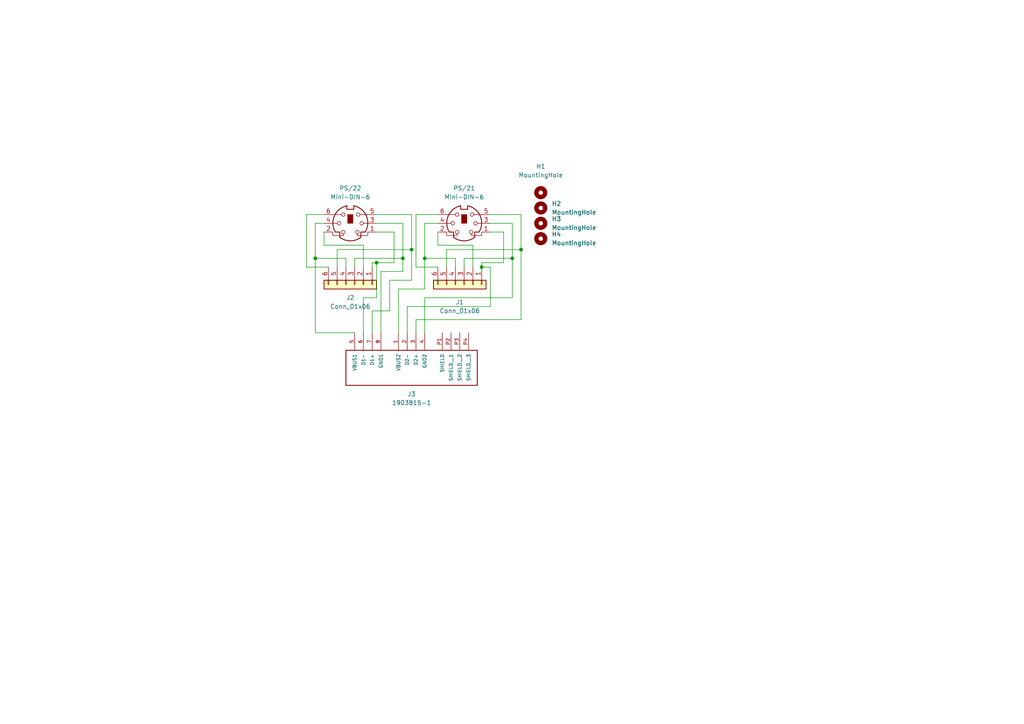
<source format=kicad_sch>
(kicad_sch (version 20211123) (generator eeschema)
  (paper "A4")
  (lib_symbols
    (symbol "1903815-1:1903815-1" (pin_names (offset 1.016))
      (property "Reference" "J" (at -5.08 13.7414 0))
      (property "Value" "1903815-1_1903815-1" (at -5.08 -27.9654 0))
      (symbol "1903815-1_0_0"
        (polyline (pts (xy -5.08 -25.4) (xy -5.08 12.7)) (stroke (width 0.254)))
        (polyline (pts (xy -5.08 12.7) (xy 5.08 12.7)) (stroke (width 0.254)))
        (polyline (pts (xy 5.08 -25.4) (xy -5.08 -25.4)) (stroke (width 0.254)))
        (polyline (pts (xy 5.08 12.7) (xy 5.08 -25.4)) (stroke (width 0.254)))
        (pin passive line (at 10.16 -2.54 180) (length 5.08) (name "VBUS2") (number "1"))
        (pin passive line (at 10.16 -5.08 180) (length 5.08) (name "D2-") (number "2"))
        (pin passive line (at 10.16 -7.62 180) (length 5.08) (name "D2+") (number "3"))
        (pin passive line (at 10.16 -10.16 180) (length 5.08) (name "GND2") (number "4"))
        (pin passive line (at 10.16 10.16 180) (length 5.08) (name "VBUS1") (number "5"))
        (pin passive line (at 10.16 7.62 180) (length 5.08) (name "D1-") (number "6"))
        (pin passive line (at 10.16 5.08 180) (length 5.08) (name "D1+") (number "7"))
        (pin passive line (at 10.16 2.54 180) (length 5.08) (name "GND1") (number "8"))
        (pin passive line (at 10.16 -15.24 180) (length 5.08) (name "SHIELD") (number "P1"))
        (pin passive line (at 10.16 -17.78 180) (length 5.08) (name "SHIELD__1") (number "P2"))
        (pin passive line (at 10.16 -20.32 180) (length 5.08) (name "SHIELD__2") (number "P3"))
        (pin passive line (at 10.16 -22.86 180) (length 5.08) (name "SHIELD__3") (number "P4"))
      )
    )
    (symbol "Connector:Mini-DIN-6" (pin_names (offset 1.016))
      (property "Reference" "J" (at 0 6.35 0))
      (property "Value" "Mini-DIN-6" (at 0 -6.35 0))
      (symbol "Mini-DIN-6_0_1"
        (circle (center -3.302 0) (radius 0.508))
        (arc (start -3.048 -4.064) (mid 0 -5.08) (end 3.048 -4.064) (stroke (width 0.254)))
        (circle (center -2.032 -2.54) (radius 0.508))
        (circle (center -2.032 2.54) (radius 0.508))
        (arc (start -1.016 5.08) (mid -4.6228 2.1214) (end -4.318 -2.54) (stroke (width 0.254)))
        (rectangle (start -0.762 2.54) (end 0.762 0) (fill (type outline)))
        (polyline (pts (xy -3.81 0) (xy -5.08 0)))
        (polyline (pts (xy -2.54 2.54) (xy -5.08 2.54)))
        (polyline (pts (xy 2.794 2.54) (xy 5.08 2.54)))
        (polyline (pts (xy 5.08 0) (xy 3.81 0)))
        (polyline (pts (xy -4.318 -2.54) (xy -3.048 -2.54) (xy -3.048 -4.064)) (stroke (width 0.254)))
        (polyline (pts (xy 4.318 -2.54) (xy 3.048 -2.54) (xy 3.048 -4.064)) (stroke (width 0.254)))
        (polyline (pts (xy -2.032 -3.048) (xy -2.032 -3.556) (xy -5.08 -3.556) (xy -5.08 -2.54)))
        (polyline (pts (xy -1.016 5.08) (xy -1.016 4.064) (xy 1.016 4.064) (xy 1.016 5.08)) (stroke (width 0.254)))
        (polyline (pts (xy 2.032 -3.048) (xy 2.032 -3.556) (xy 5.08 -3.556) (xy 5.08 -2.54)))
        (circle (center 2.032 -2.54) (radius 0.508))
        (circle (center 2.286 2.54) (radius 0.508))
        (circle (center 3.302 0) (radius 0.508))
        (arc (start 4.318 -2.54) (mid 4.6661 2.1322) (end 1.016 5.08) (stroke (width 0.254)))
      )
      (symbol "Mini-DIN-6_1_1"
        (pin passive line (at 7.62 -2.54 180) (length 2.54) (name "~") (number "1"))
        (pin passive line (at -7.62 -2.54 0) (length 2.54) (name "~") (number "2"))
        (pin passive line (at 7.62 0 180) (length 2.54) (name "~") (number "3"))
        (pin passive line (at -7.62 0 0) (length 2.54) (name "~") (number "4"))
        (pin passive line (at 7.62 2.54 180) (length 2.54) (name "~") (number "5"))
        (pin passive line (at -7.62 2.54 0) (length 2.54) (name "~") (number "6"))
      )
    )
    (symbol "Connector_Generic:Conn_01x06" (pin_names (offset 1.016) hide)
      (property "Reference" "J" (at 0 7.62 0))
      (property "Value" "Conn_01x06" (at 0 -10.16 0))
      (symbol "Conn_01x06_1_1"
        (rectangle (start -1.27 -7.493) (end 0 -7.747) (stroke (width 0.1524)))
        (rectangle (start -1.27 -4.953) (end 0 -5.207) (stroke (width 0.1524)))
        (rectangle (start -1.27 -2.413) (end 0 -2.667) (stroke (width 0.1524)))
        (rectangle (start -1.27 0.127) (end 0 -0.127) (stroke (width 0.1524)))
        (rectangle (start -1.27 2.667) (end 0 2.413) (stroke (width 0.1524)))
        (rectangle (start -1.27 5.207) (end 0 4.953) (stroke (width 0.1524)))
        (rectangle (start -1.27 6.35) (end 1.27 -8.89) (stroke (width 0.254)) (fill (type background)))
        (pin passive line (at -5.08 5.08 0) (length 3.81) (name "Pin_1") (number "1"))
        (pin passive line (at -5.08 2.54 0) (length 3.81) (name "Pin_2") (number "2"))
        (pin passive line (at -5.08 0 0) (length 3.81) (name "Pin_3") (number "3"))
        (pin passive line (at -5.08 -2.54 0) (length 3.81) (name "Pin_4") (number "4"))
        (pin passive line (at -5.08 -5.08 0) (length 3.81) (name "Pin_5") (number "5"))
        (pin passive line (at -5.08 -7.62 0) (length 3.81) (name "Pin_6") (number "6"))
      )
    )
    (symbol "Mechanical:MountingHole" (pin_names (offset 1.016))
      (property "Reference" "H" (at 0 5.08 0))
      (property "Value" "MountingHole" (at 0 3.175 0))
      (symbol "MountingHole_0_1"
        (circle (center 0 0) (radius 1.27) (stroke (width 1.27)))
      )
    )
  )
  (junction (at 119.38 72.39))
  (junction (at 123.19 74.93))
  (junction (at 139.7 77.47))
  (junction (at 116.84 74.93))
  (junction (at 91.44 74.93))
  (junction (at 109.22 76.2))
  (junction (at 148.59 74.93))
  (junction (at 151.13 72.39))
  (wire (pts (xy 91.44 64.77) (xy 93.98 64.77)))
  (wire (pts (xy 88.9 77.47) (xy 88.9 62.23)))
  (wire (pts (xy 113.03 90.17) (xy 107.95 90.17)))
  (wire (pts (xy 129.54 77.47) (xy 129.54 72.39)))
  (wire (pts (xy 148.59 74.93) (xy 148.59 86.36)))
  (wire (pts (xy 119.38 72.39) (xy 119.38 62.23)))
  (wire (pts (xy 148.59 74.93) (xy 148.59 64.77)))
  (wire (pts (xy 97.79 77.47) (xy 97.79 72.39)))
  (wire (pts (xy 102.87 74.93) (xy 116.84 74.93)))
  (wire (pts (xy 116.84 74.93) (xy 116.84 64.77)))
  (wire (pts (xy 95.25 77.47) (xy 88.9 77.47)))
  (wire (pts (xy 100.33 74.93) (xy 91.44 74.93)))
  (wire (pts (xy 120.65 62.23) (xy 127 62.23)))
  (wire (pts (xy 139.7 76.2) (xy 146.05 76.2)))
  (wire (pts (xy 118.11 88.9) (xy 118.11 96.52)))
  (wire (pts (xy 139.7 77.47) (xy 142.24 77.47)))
  (wire (pts (xy 123.19 64.77) (xy 127 64.77)))
  (wire (pts (xy 116.84 64.77) (xy 109.22 64.77)))
  (wire (pts (xy 120.65 92.71) (xy 151.13 92.71)))
  (wire (pts (xy 105.41 86.36) (xy 105.41 96.52)))
  (wire (pts (xy 137.16 71.12) (xy 127 71.12)))
  (wire (pts (xy 120.65 77.47) (xy 120.65 62.23)))
  (wire (pts (xy 109.22 76.2) (xy 114.3 76.2)))
  (wire (pts (xy 88.9 62.23) (xy 93.98 62.23)))
  (wire (pts (xy 113.03 81.28) (xy 113.03 90.17)))
  (wire (pts (xy 119.38 62.23) (xy 109.22 62.23)))
  (wire (pts (xy 109.22 86.36) (xy 105.41 86.36)))
  (wire (pts (xy 114.3 67.31) (xy 109.22 67.31)))
  (wire (pts (xy 151.13 72.39) (xy 151.13 92.71)))
  (wire (pts (xy 100.33 77.47) (xy 100.33 74.93)))
  (wire (pts (xy 134.62 77.47) (xy 134.62 74.93)))
  (wire (pts (xy 110.49 78.74) (xy 110.49 96.52)))
  (wire (pts (xy 151.13 72.39) (xy 151.13 62.23)))
  (wire (pts (xy 123.19 74.93) (xy 123.19 64.77)))
  (wire (pts (xy 146.05 67.31) (xy 142.24 67.31)))
  (wire (pts (xy 116.84 74.93) (xy 116.84 78.74)))
  (wire (pts (xy 116.84 78.74) (xy 110.49 78.74)))
  (wire (pts (xy 132.08 77.47) (xy 132.08 74.93)))
  (wire (pts (xy 132.08 74.93) (xy 123.19 74.93)))
  (wire (pts (xy 91.44 74.93) (xy 91.44 64.77)))
  (wire (pts (xy 93.98 71.12) (xy 93.98 67.31)))
  (wire (pts (xy 123.19 86.36) (xy 123.19 96.52)))
  (wire (pts (xy 127 71.12) (xy 127 67.31)))
  (wire (pts (xy 105.41 71.12) (xy 93.98 71.12)))
  (wire (pts (xy 142.24 88.9) (xy 118.11 88.9)))
  (wire (pts (xy 107.95 90.17) (xy 107.95 96.52)))
  (wire (pts (xy 107.95 77.47) (xy 107.95 76.2)))
  (wire (pts (xy 151.13 62.23) (xy 142.24 62.23)))
  (wire (pts (xy 148.59 86.36) (xy 123.19 86.36)))
  (wire (pts (xy 91.44 96.52) (xy 102.87 96.52)))
  (wire (pts (xy 139.7 77.47) (xy 139.7 76.2)))
  (wire (pts (xy 102.87 77.47) (xy 102.87 74.93)))
  (wire (pts (xy 91.44 74.93) (xy 91.44 96.52)))
  (wire (pts (xy 146.05 76.2) (xy 146.05 67.31)))
  (wire (pts (xy 127 77.47) (xy 120.65 77.47)))
  (wire (pts (xy 114.3 76.2) (xy 114.3 67.31)))
  (wire (pts (xy 137.16 77.47) (xy 137.16 71.12)))
  (wire (pts (xy 142.24 77.47) (xy 142.24 88.9)))
  (wire (pts (xy 134.62 74.93) (xy 148.59 74.93)))
  (wire (pts (xy 119.38 72.39) (xy 119.38 81.28)))
  (wire (pts (xy 109.22 76.2) (xy 109.22 86.36)))
  (wire (pts (xy 148.59 64.77) (xy 142.24 64.77)))
  (wire (pts (xy 107.95 76.2) (xy 109.22 76.2)))
  (wire (pts (xy 120.65 92.71) (xy 120.65 96.52)))
  (wire (pts (xy 115.57 83.82) (xy 115.57 96.52)))
  (wire (pts (xy 129.54 72.39) (xy 151.13 72.39)))
  (wire (pts (xy 123.19 74.93) (xy 123.19 83.82)))
  (wire (pts (xy 123.19 83.82) (xy 115.57 83.82)))
  (wire (pts (xy 97.79 72.39) (xy 119.38 72.39)))
  (wire (pts (xy 119.38 81.28) (xy 113.03 81.28)))
  (wire (pts (xy 105.41 77.47) (xy 105.41 71.12)))
  (symbol (lib_id "Connector:Mini-DIN-6") (at 134.62 64.77 0) (unit 1)
    (property "Reference" "PS/21" (at 134.6377 54.61 0))
    (property "Value" "Mini-DIN-6" (at 134.6377 57.15 0))
    (property "Footprint" "Local:5749180-1" (effects hide))
    (property "Datasheet" "http://service.powerdynamics.com/ec/Catalog17/Section%2011.pdf" (effects hide))
  )
  (symbol (lib_id "Connector_Generic:Conn_01x06") (at 134.62 82.55 270) (unit 1)
    (property "Reference" "J1" (at 133.35 87.63 90))
    (property "Value" "Conn_01x06" (at 133.35 90.17 90))
    (property "Footprint" "Connector_PinSocket_2.54mm:PinSocket_1x06_P2.54mm_Vertical" (effects hide))
  )
  (symbol (lib_id "Mechanical:MountingHole") (at 156.845 55.88 0) (unit 1)
    (property "Reference" "H1" (at 156.845 48.26 0))
    (property "Value" "MountingHole" (at 156.845 50.8 0))
    (property "Footprint" "MountingHole:MountingHole_2.1mm" (effects hide))
  )
  (symbol (lib_id "Mechanical:MountingHole") (at 156.845 60.325 0) (unit 1)
    (property "Reference" "H2" (at 160.02 59.0549 0) (effects (justify left)))
    (property "Value" "MountingHole" (at 160.02 61.5949 0) (effects (justify left)))
    (property "Footprint" "MountingHole:MountingHole_2.1mm" (effects hide))
  )
  (symbol (lib_id "Mechanical:MountingHole") (at 156.845 64.77 0) (unit 1)
    (property "Reference" "H3" (at 160.02 63.4999 0) (effects (justify left)))
    (property "Value" "MountingHole" (at 160.02 66.0399 0) (effects (justify left)))
    (property "Footprint" "MountingHole:MountingHole_2.1mm" (effects hide))
  )
  (symbol (lib_id "Mechanical:MountingHole") (at 156.845 69.215 0) (unit 1)
    (property "Reference" "H4" (at 160.02 67.9449 0) (effects (justify left)))
    (property "Value" "MountingHole" (at 160.02 70.4849 0) (effects (justify left)))
    (property "Footprint" "MountingHole:MountingHole_2.1mm" (effects hide))
  )
  (symbol (lib_id "Connector:Mini-DIN-6") (at 101.6 64.77 0) (unit 1)
    (property "Reference" "PS/22" (at 101.6177 54.61 0))
    (property "Value" "Mini-DIN-6" (at 101.6177 57.15 0))
    (property "Footprint" "Local:5749180-1" (effects hide))
    (property "Datasheet" "http://service.powerdynamics.com/ec/Catalog17/Section%2011.pdf" (effects hide))
  )
  (symbol (lib_id "Connector_Generic:Conn_01x06") (at 102.87 82.55 270) (unit 1)
    (property "Reference" "J2" (at 101.6 86.36 90))
    (property "Value" "Conn_01x06" (at 101.6 88.9 90))
    (property "Footprint" "Connector_PinSocket_2.54mm:PinSocket_1x06_P2.54mm_Vertical" (effects hide))
  )
  (symbol (lib_id "1903815-1:1903815-1") (at 113.03 106.68 90) (unit 1)
    (property "Reference" "J3" (at 119.38 114.3 90))
    (property "Value" "1903815-1" (at 119.38 116.84 90))
    (property "Footprint" "TE_1903815-1" (effects hide))
    (property "Datasheet" "1903815-1" (effects hide))
    (property "Field4" "https://www.te.com/usa-en/product-1903815-1.html?te_bu=Cor&te_type=disp&te_campaign=seda_glo_cor-seda-global-disp-prtnr-fy19-seda-model-bom-cta_sma-317_1&elqCampaignId=32493" (effects hide))
  )
)
</source>
